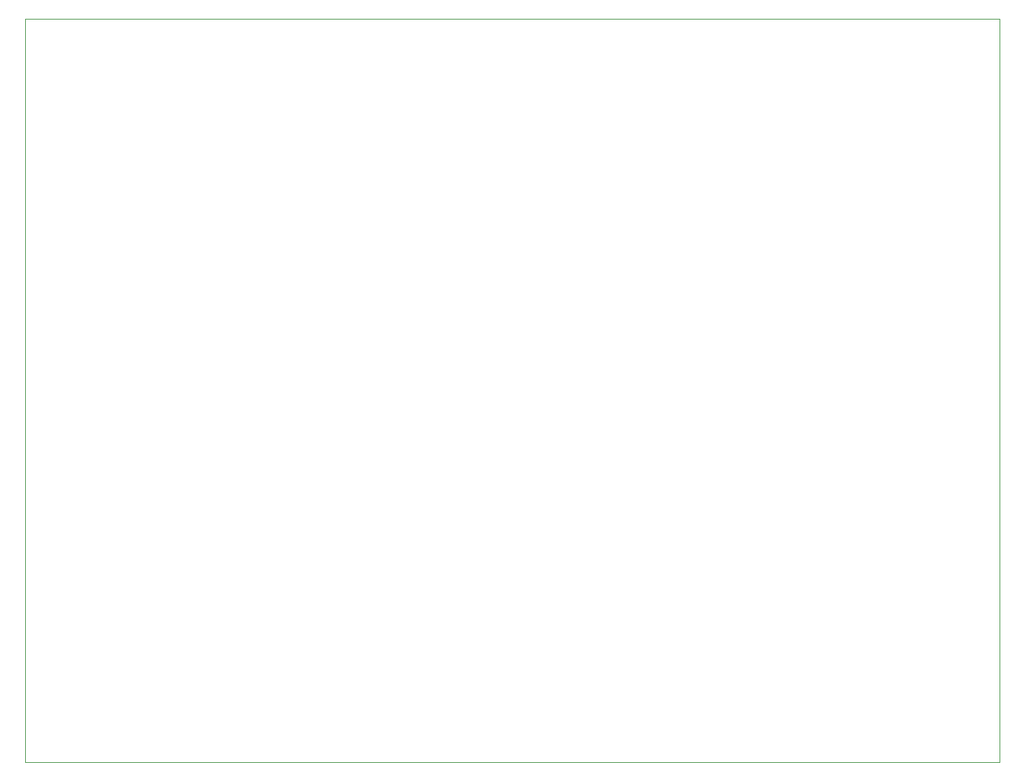
<source format=gm1>
G04 #@! TF.GenerationSoftware,KiCad,Pcbnew,(6.0.5-0)*
G04 #@! TF.CreationDate,2022-09-20T15:19:48+05:30*
G04 #@! TF.ProjectId,FitBot,46697442-6f74-42e6-9b69-6361645f7063,v01*
G04 #@! TF.SameCoordinates,Original*
G04 #@! TF.FileFunction,Profile,NP*
%FSLAX46Y46*%
G04 Gerber Fmt 4.6, Leading zero omitted, Abs format (unit mm)*
G04 Created by KiCad (PCBNEW (6.0.5-0)) date 2022-09-20 15:19:48*
%MOMM*%
%LPD*%
G01*
G04 APERTURE LIST*
G04 #@! TA.AperFunction,Profile*
%ADD10C,0.100000*%
G04 #@! TD*
G04 APERTURE END LIST*
D10*
X156210000Y-128270000D02*
X38100000Y-128270000D01*
X38100000Y-128270000D02*
X38100000Y-38100000D01*
X156210000Y-38100000D02*
X156210000Y-128270000D01*
X38100000Y-38100000D02*
X156210000Y-38100000D01*
M02*

</source>
